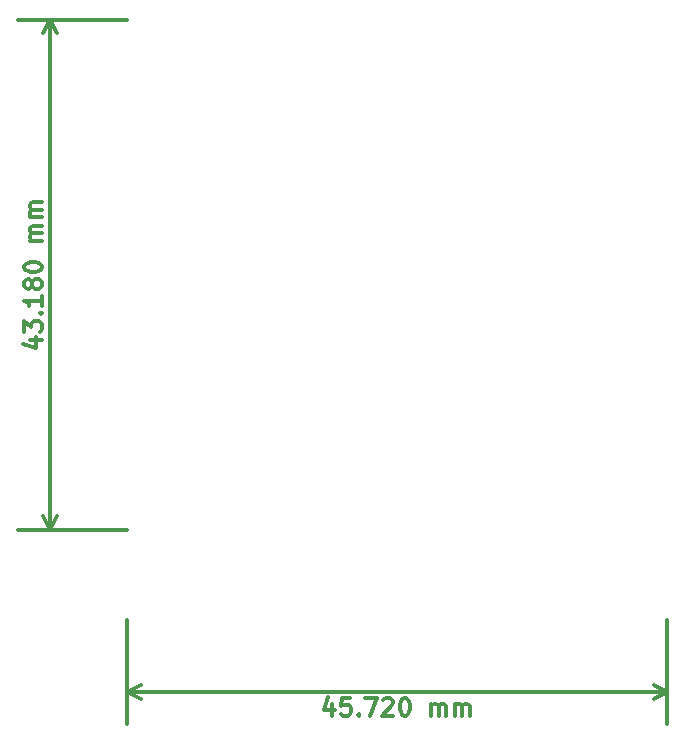
<source format=gbr>
G04 #@! TF.FileFunction,Other,ECO1*
%FSLAX46Y46*%
G04 Gerber Fmt 4.6, Leading zero omitted, Abs format (unit mm)*
G04 Created by KiCad (PCBNEW 4.0.7-e2-6376~58~ubuntu14.04.1) date Sat Apr 21 17:00:56 2018*
%MOMM*%
%LPD*%
G01*
G04 APERTURE LIST*
%ADD10C,0.100000*%
%ADD11C,0.300000*%
G04 APERTURE END LIST*
D10*
D11*
X182460001Y-141744570D02*
X182460001Y-142744570D01*
X182102858Y-141173142D02*
X181745715Y-142244570D01*
X182674287Y-142244570D01*
X183960001Y-141244570D02*
X183245715Y-141244570D01*
X183174286Y-141958856D01*
X183245715Y-141887428D01*
X183388572Y-141815999D01*
X183745715Y-141815999D01*
X183888572Y-141887428D01*
X183960001Y-141958856D01*
X184031429Y-142101713D01*
X184031429Y-142458856D01*
X183960001Y-142601713D01*
X183888572Y-142673142D01*
X183745715Y-142744570D01*
X183388572Y-142744570D01*
X183245715Y-142673142D01*
X183174286Y-142601713D01*
X184674286Y-142601713D02*
X184745714Y-142673142D01*
X184674286Y-142744570D01*
X184602857Y-142673142D01*
X184674286Y-142601713D01*
X184674286Y-142744570D01*
X185245715Y-141244570D02*
X186245715Y-141244570D01*
X185602858Y-142744570D01*
X186745714Y-141387428D02*
X186817143Y-141315999D01*
X186960000Y-141244570D01*
X187317143Y-141244570D01*
X187460000Y-141315999D01*
X187531429Y-141387428D01*
X187602857Y-141530285D01*
X187602857Y-141673142D01*
X187531429Y-141887428D01*
X186674286Y-142744570D01*
X187602857Y-142744570D01*
X188531428Y-141244570D02*
X188674285Y-141244570D01*
X188817142Y-141315999D01*
X188888571Y-141387428D01*
X188960000Y-141530285D01*
X189031428Y-141815999D01*
X189031428Y-142173142D01*
X188960000Y-142458856D01*
X188888571Y-142601713D01*
X188817142Y-142673142D01*
X188674285Y-142744570D01*
X188531428Y-142744570D01*
X188388571Y-142673142D01*
X188317142Y-142601713D01*
X188245714Y-142458856D01*
X188174285Y-142173142D01*
X188174285Y-141815999D01*
X188245714Y-141530285D01*
X188317142Y-141387428D01*
X188388571Y-141315999D01*
X188531428Y-141244570D01*
X190817142Y-142744570D02*
X190817142Y-141744570D01*
X190817142Y-141887428D02*
X190888570Y-141815999D01*
X191031428Y-141744570D01*
X191245713Y-141744570D01*
X191388570Y-141815999D01*
X191459999Y-141958856D01*
X191459999Y-142744570D01*
X191459999Y-141958856D02*
X191531428Y-141815999D01*
X191674285Y-141744570D01*
X191888570Y-141744570D01*
X192031428Y-141815999D01*
X192102856Y-141958856D01*
X192102856Y-142744570D01*
X192817142Y-142744570D02*
X192817142Y-141744570D01*
X192817142Y-141887428D02*
X192888570Y-141815999D01*
X193031428Y-141744570D01*
X193245713Y-141744570D01*
X193388570Y-141815999D01*
X193459999Y-141958856D01*
X193459999Y-142744570D01*
X193459999Y-141958856D02*
X193531428Y-141815999D01*
X193674285Y-141744570D01*
X193888570Y-141744570D01*
X194031428Y-141815999D01*
X194102856Y-141958856D01*
X194102856Y-142744570D01*
X165100000Y-140715999D02*
X210820000Y-140715999D01*
X165100000Y-134620000D02*
X165100000Y-143415999D01*
X210820000Y-134620000D02*
X210820000Y-143415999D01*
X210820000Y-140715999D02*
X209693496Y-141302420D01*
X210820000Y-140715999D02*
X209693496Y-140129578D01*
X165100000Y-140715999D02*
X166226504Y-141302420D01*
X165100000Y-140715999D02*
X166226504Y-140129578D01*
X156877923Y-110909999D02*
X157877923Y-110909999D01*
X156306495Y-111267142D02*
X157377923Y-111624285D01*
X157377923Y-110695713D01*
X156377923Y-110267142D02*
X156377923Y-109338571D01*
X156949352Y-109838571D01*
X156949352Y-109624285D01*
X157020781Y-109481428D01*
X157092209Y-109409999D01*
X157235066Y-109338571D01*
X157592209Y-109338571D01*
X157735066Y-109409999D01*
X157806495Y-109481428D01*
X157877923Y-109624285D01*
X157877923Y-110052857D01*
X157806495Y-110195714D01*
X157735066Y-110267142D01*
X157735066Y-108695714D02*
X157806495Y-108624286D01*
X157877923Y-108695714D01*
X157806495Y-108767143D01*
X157735066Y-108695714D01*
X157877923Y-108695714D01*
X157877923Y-107195714D02*
X157877923Y-108052857D01*
X157877923Y-107624285D02*
X156377923Y-107624285D01*
X156592209Y-107767142D01*
X156735066Y-107910000D01*
X156806495Y-108052857D01*
X157020781Y-106338571D02*
X156949352Y-106481429D01*
X156877923Y-106552857D01*
X156735066Y-106624286D01*
X156663638Y-106624286D01*
X156520781Y-106552857D01*
X156449352Y-106481429D01*
X156377923Y-106338571D01*
X156377923Y-106052857D01*
X156449352Y-105910000D01*
X156520781Y-105838571D01*
X156663638Y-105767143D01*
X156735066Y-105767143D01*
X156877923Y-105838571D01*
X156949352Y-105910000D01*
X157020781Y-106052857D01*
X157020781Y-106338571D01*
X157092209Y-106481429D01*
X157163638Y-106552857D01*
X157306495Y-106624286D01*
X157592209Y-106624286D01*
X157735066Y-106552857D01*
X157806495Y-106481429D01*
X157877923Y-106338571D01*
X157877923Y-106052857D01*
X157806495Y-105910000D01*
X157735066Y-105838571D01*
X157592209Y-105767143D01*
X157306495Y-105767143D01*
X157163638Y-105838571D01*
X157092209Y-105910000D01*
X157020781Y-106052857D01*
X156377923Y-104838572D02*
X156377923Y-104695715D01*
X156449352Y-104552858D01*
X156520781Y-104481429D01*
X156663638Y-104410000D01*
X156949352Y-104338572D01*
X157306495Y-104338572D01*
X157592209Y-104410000D01*
X157735066Y-104481429D01*
X157806495Y-104552858D01*
X157877923Y-104695715D01*
X157877923Y-104838572D01*
X157806495Y-104981429D01*
X157735066Y-105052858D01*
X157592209Y-105124286D01*
X157306495Y-105195715D01*
X156949352Y-105195715D01*
X156663638Y-105124286D01*
X156520781Y-105052858D01*
X156449352Y-104981429D01*
X156377923Y-104838572D01*
X157877923Y-102552858D02*
X156877923Y-102552858D01*
X157020781Y-102552858D02*
X156949352Y-102481430D01*
X156877923Y-102338572D01*
X156877923Y-102124287D01*
X156949352Y-101981430D01*
X157092209Y-101910001D01*
X157877923Y-101910001D01*
X157092209Y-101910001D02*
X156949352Y-101838572D01*
X156877923Y-101695715D01*
X156877923Y-101481430D01*
X156949352Y-101338572D01*
X157092209Y-101267144D01*
X157877923Y-101267144D01*
X157877923Y-100552858D02*
X156877923Y-100552858D01*
X157020781Y-100552858D02*
X156949352Y-100481430D01*
X156877923Y-100338572D01*
X156877923Y-100124287D01*
X156949352Y-99981430D01*
X157092209Y-99910001D01*
X157877923Y-99910001D01*
X157092209Y-99910001D02*
X156949352Y-99838572D01*
X156877923Y-99695715D01*
X156877923Y-99481430D01*
X156949352Y-99338572D01*
X157092209Y-99267144D01*
X157877923Y-99267144D01*
X158549352Y-127000000D02*
X158549352Y-83820000D01*
X165100000Y-127000000D02*
X155849352Y-127000000D01*
X165100000Y-83820000D02*
X155849352Y-83820000D01*
X158549352Y-83820000D02*
X159135773Y-84946504D01*
X158549352Y-83820000D02*
X157962931Y-84946504D01*
X158549352Y-127000000D02*
X159135773Y-125873496D01*
X158549352Y-127000000D02*
X157962931Y-125873496D01*
M02*

</source>
